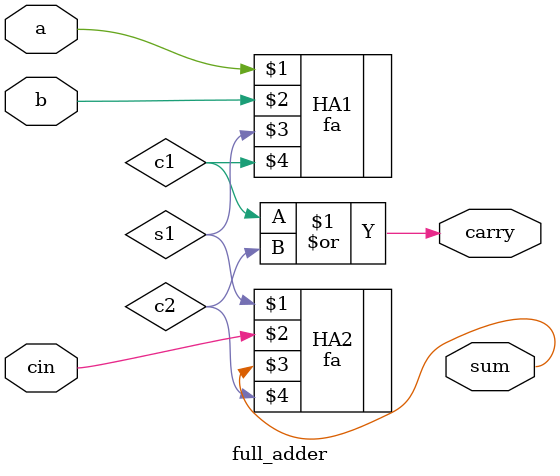
<source format=v>
`timescale 1ns / 1ps


module full_adder(
    input a,b,cin,
    output sum,carry
    );
    
    wire s1,c1,c2;
    fa HA1(a,b,s1,c1);
    fa HA2(s1,cin,sum,c2);
    assign carry = c1 | c2;
endmodule

</source>
